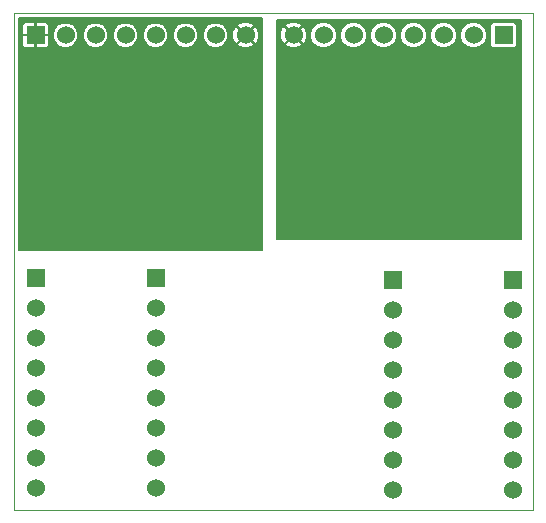
<source format=gbl>
G04 (created by PCBNEW (2013-mar-13)-testing) date Sun 09 Jun 2013 10:01:08 PM EDT*
%MOIN*%
G04 Gerber Fmt 3.4, Leading zero omitted, Abs format*
%FSLAX34Y34*%
G01*
G70*
G90*
G04 APERTURE LIST*
%ADD10C,0.005906*%
%ADD11C,0.003937*%
%ADD12R,0.060000X0.060000*%
%ADD13C,0.060000*%
%ADD14C,0.035000*%
%ADD15C,0.008000*%
G04 APERTURE END LIST*
G54D10*
G54D11*
X54566Y-55826D02*
X71870Y-55826D01*
X54566Y-39251D02*
X54566Y-55826D01*
X71870Y-39251D02*
X71870Y-55826D01*
X54566Y-39251D02*
X71870Y-39251D01*
G54D12*
X55300Y-40000D03*
G54D13*
X56300Y-40000D03*
X57300Y-40000D03*
X58300Y-40000D03*
X59300Y-40000D03*
X60300Y-40000D03*
X61300Y-40000D03*
X62300Y-40000D03*
G54D12*
X70898Y-40000D03*
G54D13*
X69898Y-40000D03*
X68898Y-40000D03*
X67898Y-40000D03*
X66898Y-40000D03*
X65898Y-40000D03*
X64898Y-40000D03*
X63898Y-40000D03*
G54D12*
X55300Y-48100D03*
G54D13*
X55300Y-49100D03*
X55300Y-50100D03*
X55300Y-51100D03*
X55300Y-52100D03*
X55300Y-53100D03*
X55300Y-54100D03*
X55300Y-55100D03*
G54D12*
X59300Y-48100D03*
G54D13*
X59300Y-49100D03*
X59300Y-50100D03*
X59300Y-51100D03*
X59300Y-52100D03*
X59300Y-53100D03*
X59300Y-54100D03*
X59300Y-55100D03*
G54D12*
X67196Y-48157D03*
G54D13*
X67196Y-49157D03*
X67196Y-50157D03*
X67196Y-51157D03*
X67196Y-52157D03*
X67196Y-53157D03*
X67196Y-54157D03*
X67196Y-55157D03*
G54D12*
X71196Y-48157D03*
G54D13*
X71196Y-49157D03*
X71196Y-50157D03*
X71196Y-51157D03*
X71196Y-52157D03*
X71196Y-53157D03*
X71196Y-54157D03*
X71196Y-55157D03*
G54D14*
X56988Y-43700D03*
X58661Y-42421D03*
X60826Y-43700D03*
X57677Y-42224D03*
X68996Y-44192D03*
X64960Y-43110D03*
G54D10*
G36*
X62860Y-47160D02*
X62741Y-47160D01*
X62741Y-39919D01*
X62677Y-39757D01*
X62668Y-39744D01*
X62599Y-39714D01*
X62585Y-39728D01*
X62585Y-39700D01*
X62555Y-39631D01*
X62394Y-39561D01*
X62219Y-39558D01*
X62057Y-39622D01*
X62044Y-39631D01*
X62014Y-39700D01*
X62300Y-39985D01*
X62585Y-39700D01*
X62585Y-39728D01*
X62314Y-40000D01*
X62599Y-40285D01*
X62668Y-40255D01*
X62738Y-40094D01*
X62741Y-39919D01*
X62741Y-47160D01*
X62585Y-47160D01*
X62585Y-40299D01*
X62300Y-40014D01*
X62285Y-40028D01*
X62285Y-40000D01*
X62000Y-39714D01*
X61931Y-39744D01*
X61861Y-39905D01*
X61858Y-40080D01*
X61922Y-40242D01*
X61931Y-40255D01*
X62000Y-40285D01*
X62285Y-40000D01*
X62285Y-40028D01*
X62014Y-40299D01*
X62044Y-40368D01*
X62205Y-40438D01*
X62380Y-40441D01*
X62542Y-40377D01*
X62555Y-40368D01*
X62585Y-40299D01*
X62585Y-47160D01*
X61720Y-47160D01*
X61720Y-39916D01*
X61656Y-39762D01*
X61538Y-39644D01*
X61383Y-39580D01*
X61216Y-39579D01*
X61062Y-39643D01*
X60944Y-39761D01*
X60880Y-39916D01*
X60879Y-40083D01*
X60943Y-40237D01*
X61061Y-40355D01*
X61216Y-40419D01*
X61383Y-40420D01*
X61537Y-40356D01*
X61655Y-40238D01*
X61719Y-40083D01*
X61720Y-39916D01*
X61720Y-47160D01*
X60720Y-47160D01*
X60720Y-39916D01*
X60656Y-39762D01*
X60538Y-39644D01*
X60383Y-39580D01*
X60216Y-39579D01*
X60062Y-39643D01*
X59944Y-39761D01*
X59880Y-39916D01*
X59879Y-40083D01*
X59943Y-40237D01*
X60061Y-40355D01*
X60216Y-40419D01*
X60383Y-40420D01*
X60537Y-40356D01*
X60655Y-40238D01*
X60719Y-40083D01*
X60720Y-39916D01*
X60720Y-47160D01*
X59720Y-47160D01*
X59720Y-39916D01*
X59656Y-39762D01*
X59538Y-39644D01*
X59383Y-39580D01*
X59216Y-39579D01*
X59062Y-39643D01*
X58944Y-39761D01*
X58880Y-39916D01*
X58879Y-40083D01*
X58943Y-40237D01*
X59061Y-40355D01*
X59216Y-40419D01*
X59383Y-40420D01*
X59537Y-40356D01*
X59655Y-40238D01*
X59719Y-40083D01*
X59720Y-39916D01*
X59720Y-47160D01*
X58720Y-47160D01*
X58720Y-39916D01*
X58656Y-39762D01*
X58538Y-39644D01*
X58383Y-39580D01*
X58216Y-39579D01*
X58062Y-39643D01*
X57944Y-39761D01*
X57880Y-39916D01*
X57879Y-40083D01*
X57943Y-40237D01*
X58061Y-40355D01*
X58216Y-40419D01*
X58383Y-40420D01*
X58537Y-40356D01*
X58655Y-40238D01*
X58719Y-40083D01*
X58720Y-39916D01*
X58720Y-47160D01*
X57720Y-47160D01*
X57720Y-39916D01*
X57656Y-39762D01*
X57538Y-39644D01*
X57383Y-39580D01*
X57216Y-39579D01*
X57062Y-39643D01*
X56944Y-39761D01*
X56880Y-39916D01*
X56879Y-40083D01*
X56943Y-40237D01*
X57061Y-40355D01*
X57216Y-40419D01*
X57383Y-40420D01*
X57537Y-40356D01*
X57655Y-40238D01*
X57719Y-40083D01*
X57720Y-39916D01*
X57720Y-47160D01*
X56720Y-47160D01*
X56720Y-39916D01*
X56656Y-39762D01*
X56538Y-39644D01*
X56383Y-39580D01*
X56216Y-39579D01*
X56062Y-39643D01*
X55944Y-39761D01*
X55880Y-39916D01*
X55879Y-40083D01*
X55943Y-40237D01*
X56061Y-40355D01*
X56216Y-40419D01*
X56383Y-40420D01*
X56537Y-40356D01*
X56655Y-40238D01*
X56719Y-40083D01*
X56720Y-39916D01*
X56720Y-47160D01*
X55740Y-47160D01*
X55740Y-40327D01*
X55740Y-40272D01*
X55740Y-40045D01*
X55740Y-39955D01*
X55740Y-39727D01*
X55740Y-39672D01*
X55718Y-39620D01*
X55679Y-39581D01*
X55627Y-39560D01*
X55345Y-39560D01*
X55310Y-39595D01*
X55310Y-39990D01*
X55705Y-39990D01*
X55740Y-39955D01*
X55740Y-40045D01*
X55705Y-40010D01*
X55310Y-40010D01*
X55310Y-40405D01*
X55345Y-40440D01*
X55627Y-40440D01*
X55679Y-40418D01*
X55718Y-40379D01*
X55740Y-40327D01*
X55740Y-47160D01*
X55290Y-47160D01*
X55290Y-40405D01*
X55290Y-40010D01*
X55290Y-39990D01*
X55290Y-39595D01*
X55255Y-39560D01*
X54972Y-39560D01*
X54920Y-39581D01*
X54881Y-39620D01*
X54860Y-39672D01*
X54860Y-39727D01*
X54860Y-39955D01*
X54895Y-39990D01*
X55290Y-39990D01*
X55290Y-40010D01*
X54895Y-40010D01*
X54860Y-40045D01*
X54860Y-40272D01*
X54860Y-40327D01*
X54881Y-40379D01*
X54920Y-40418D01*
X54972Y-40440D01*
X55255Y-40440D01*
X55290Y-40405D01*
X55290Y-47160D01*
X54740Y-47160D01*
X54740Y-39440D01*
X62860Y-39440D01*
X62860Y-47160D01*
X62860Y-47160D01*
G37*
G54D15*
X62860Y-47160D02*
X62741Y-47160D01*
X62741Y-39919D01*
X62677Y-39757D01*
X62668Y-39744D01*
X62599Y-39714D01*
X62585Y-39728D01*
X62585Y-39700D01*
X62555Y-39631D01*
X62394Y-39561D01*
X62219Y-39558D01*
X62057Y-39622D01*
X62044Y-39631D01*
X62014Y-39700D01*
X62300Y-39985D01*
X62585Y-39700D01*
X62585Y-39728D01*
X62314Y-40000D01*
X62599Y-40285D01*
X62668Y-40255D01*
X62738Y-40094D01*
X62741Y-39919D01*
X62741Y-47160D01*
X62585Y-47160D01*
X62585Y-40299D01*
X62300Y-40014D01*
X62285Y-40028D01*
X62285Y-40000D01*
X62000Y-39714D01*
X61931Y-39744D01*
X61861Y-39905D01*
X61858Y-40080D01*
X61922Y-40242D01*
X61931Y-40255D01*
X62000Y-40285D01*
X62285Y-40000D01*
X62285Y-40028D01*
X62014Y-40299D01*
X62044Y-40368D01*
X62205Y-40438D01*
X62380Y-40441D01*
X62542Y-40377D01*
X62555Y-40368D01*
X62585Y-40299D01*
X62585Y-47160D01*
X61720Y-47160D01*
X61720Y-39916D01*
X61656Y-39762D01*
X61538Y-39644D01*
X61383Y-39580D01*
X61216Y-39579D01*
X61062Y-39643D01*
X60944Y-39761D01*
X60880Y-39916D01*
X60879Y-40083D01*
X60943Y-40237D01*
X61061Y-40355D01*
X61216Y-40419D01*
X61383Y-40420D01*
X61537Y-40356D01*
X61655Y-40238D01*
X61719Y-40083D01*
X61720Y-39916D01*
X61720Y-47160D01*
X60720Y-47160D01*
X60720Y-39916D01*
X60656Y-39762D01*
X60538Y-39644D01*
X60383Y-39580D01*
X60216Y-39579D01*
X60062Y-39643D01*
X59944Y-39761D01*
X59880Y-39916D01*
X59879Y-40083D01*
X59943Y-40237D01*
X60061Y-40355D01*
X60216Y-40419D01*
X60383Y-40420D01*
X60537Y-40356D01*
X60655Y-40238D01*
X60719Y-40083D01*
X60720Y-39916D01*
X60720Y-47160D01*
X59720Y-47160D01*
X59720Y-39916D01*
X59656Y-39762D01*
X59538Y-39644D01*
X59383Y-39580D01*
X59216Y-39579D01*
X59062Y-39643D01*
X58944Y-39761D01*
X58880Y-39916D01*
X58879Y-40083D01*
X58943Y-40237D01*
X59061Y-40355D01*
X59216Y-40419D01*
X59383Y-40420D01*
X59537Y-40356D01*
X59655Y-40238D01*
X59719Y-40083D01*
X59720Y-39916D01*
X59720Y-47160D01*
X58720Y-47160D01*
X58720Y-39916D01*
X58656Y-39762D01*
X58538Y-39644D01*
X58383Y-39580D01*
X58216Y-39579D01*
X58062Y-39643D01*
X57944Y-39761D01*
X57880Y-39916D01*
X57879Y-40083D01*
X57943Y-40237D01*
X58061Y-40355D01*
X58216Y-40419D01*
X58383Y-40420D01*
X58537Y-40356D01*
X58655Y-40238D01*
X58719Y-40083D01*
X58720Y-39916D01*
X58720Y-47160D01*
X57720Y-47160D01*
X57720Y-39916D01*
X57656Y-39762D01*
X57538Y-39644D01*
X57383Y-39580D01*
X57216Y-39579D01*
X57062Y-39643D01*
X56944Y-39761D01*
X56880Y-39916D01*
X56879Y-40083D01*
X56943Y-40237D01*
X57061Y-40355D01*
X57216Y-40419D01*
X57383Y-40420D01*
X57537Y-40356D01*
X57655Y-40238D01*
X57719Y-40083D01*
X57720Y-39916D01*
X57720Y-47160D01*
X56720Y-47160D01*
X56720Y-39916D01*
X56656Y-39762D01*
X56538Y-39644D01*
X56383Y-39580D01*
X56216Y-39579D01*
X56062Y-39643D01*
X55944Y-39761D01*
X55880Y-39916D01*
X55879Y-40083D01*
X55943Y-40237D01*
X56061Y-40355D01*
X56216Y-40419D01*
X56383Y-40420D01*
X56537Y-40356D01*
X56655Y-40238D01*
X56719Y-40083D01*
X56720Y-39916D01*
X56720Y-47160D01*
X55740Y-47160D01*
X55740Y-40327D01*
X55740Y-40272D01*
X55740Y-40045D01*
X55740Y-39955D01*
X55740Y-39727D01*
X55740Y-39672D01*
X55718Y-39620D01*
X55679Y-39581D01*
X55627Y-39560D01*
X55345Y-39560D01*
X55310Y-39595D01*
X55310Y-39990D01*
X55705Y-39990D01*
X55740Y-39955D01*
X55740Y-40045D01*
X55705Y-40010D01*
X55310Y-40010D01*
X55310Y-40405D01*
X55345Y-40440D01*
X55627Y-40440D01*
X55679Y-40418D01*
X55718Y-40379D01*
X55740Y-40327D01*
X55740Y-47160D01*
X55290Y-47160D01*
X55290Y-40405D01*
X55290Y-40010D01*
X55290Y-39990D01*
X55290Y-39595D01*
X55255Y-39560D01*
X54972Y-39560D01*
X54920Y-39581D01*
X54881Y-39620D01*
X54860Y-39672D01*
X54860Y-39727D01*
X54860Y-39955D01*
X54895Y-39990D01*
X55290Y-39990D01*
X55290Y-40010D01*
X54895Y-40010D01*
X54860Y-40045D01*
X54860Y-40272D01*
X54860Y-40327D01*
X54881Y-40379D01*
X54920Y-40418D01*
X54972Y-40440D01*
X55255Y-40440D01*
X55290Y-40405D01*
X55290Y-47160D01*
X54740Y-47160D01*
X54740Y-39440D01*
X62860Y-39440D01*
X62860Y-47160D01*
G54D10*
G36*
X71467Y-46788D02*
X71338Y-46788D01*
X71338Y-40327D01*
X71338Y-40272D01*
X71338Y-39672D01*
X71317Y-39620D01*
X71277Y-39581D01*
X71226Y-39560D01*
X71170Y-39560D01*
X70570Y-39560D01*
X70519Y-39581D01*
X70479Y-39620D01*
X70458Y-39672D01*
X70458Y-39727D01*
X70458Y-40327D01*
X70479Y-40379D01*
X70519Y-40418D01*
X70570Y-40440D01*
X70626Y-40440D01*
X71226Y-40440D01*
X71277Y-40418D01*
X71317Y-40379D01*
X71338Y-40327D01*
X71338Y-46788D01*
X70338Y-46788D01*
X70338Y-39912D01*
X70271Y-39751D01*
X70147Y-39627D01*
X69986Y-39560D01*
X69811Y-39559D01*
X69649Y-39626D01*
X69525Y-39750D01*
X69458Y-39912D01*
X69458Y-40087D01*
X69525Y-40248D01*
X69648Y-40372D01*
X69810Y-40439D01*
X69985Y-40440D01*
X70147Y-40373D01*
X70271Y-40249D01*
X70338Y-40087D01*
X70338Y-39912D01*
X70338Y-46788D01*
X69338Y-46788D01*
X69338Y-39912D01*
X69271Y-39751D01*
X69147Y-39627D01*
X68986Y-39560D01*
X68811Y-39559D01*
X68649Y-39626D01*
X68525Y-39750D01*
X68458Y-39912D01*
X68458Y-40087D01*
X68525Y-40248D01*
X68648Y-40372D01*
X68810Y-40439D01*
X68985Y-40440D01*
X69147Y-40373D01*
X69271Y-40249D01*
X69338Y-40087D01*
X69338Y-39912D01*
X69338Y-46788D01*
X68338Y-46788D01*
X68338Y-39912D01*
X68271Y-39751D01*
X68147Y-39627D01*
X67986Y-39560D01*
X67811Y-39559D01*
X67649Y-39626D01*
X67525Y-39750D01*
X67458Y-39912D01*
X67458Y-40087D01*
X67525Y-40248D01*
X67648Y-40372D01*
X67810Y-40439D01*
X67985Y-40440D01*
X68147Y-40373D01*
X68271Y-40249D01*
X68338Y-40087D01*
X68338Y-39912D01*
X68338Y-46788D01*
X67338Y-46788D01*
X67338Y-39912D01*
X67271Y-39751D01*
X67147Y-39627D01*
X66986Y-39560D01*
X66811Y-39559D01*
X66649Y-39626D01*
X66525Y-39750D01*
X66458Y-39912D01*
X66458Y-40087D01*
X66525Y-40248D01*
X66648Y-40372D01*
X66810Y-40439D01*
X66985Y-40440D01*
X67147Y-40373D01*
X67271Y-40249D01*
X67338Y-40087D01*
X67338Y-39912D01*
X67338Y-46788D01*
X66338Y-46788D01*
X66338Y-39912D01*
X66271Y-39751D01*
X66147Y-39627D01*
X65986Y-39560D01*
X65811Y-39559D01*
X65649Y-39626D01*
X65525Y-39750D01*
X65458Y-39912D01*
X65458Y-40087D01*
X65525Y-40248D01*
X65648Y-40372D01*
X65810Y-40439D01*
X65985Y-40440D01*
X66147Y-40373D01*
X66271Y-40249D01*
X66338Y-40087D01*
X66338Y-39912D01*
X66338Y-46788D01*
X65338Y-46788D01*
X65338Y-39912D01*
X65271Y-39751D01*
X65147Y-39627D01*
X64986Y-39560D01*
X64811Y-39559D01*
X64649Y-39626D01*
X64525Y-39750D01*
X64458Y-39912D01*
X64458Y-40087D01*
X64525Y-40248D01*
X64648Y-40372D01*
X64810Y-40439D01*
X64985Y-40440D01*
X65147Y-40373D01*
X65271Y-40249D01*
X65338Y-40087D01*
X65338Y-39912D01*
X65338Y-46788D01*
X64339Y-46788D01*
X64339Y-39919D01*
X64275Y-39757D01*
X64267Y-39744D01*
X64197Y-39714D01*
X64183Y-39728D01*
X64183Y-39700D01*
X64153Y-39631D01*
X63993Y-39561D01*
X63818Y-39558D01*
X63655Y-39622D01*
X63642Y-39631D01*
X63613Y-39700D01*
X63898Y-39985D01*
X64183Y-39700D01*
X64183Y-39728D01*
X63912Y-40000D01*
X64197Y-40285D01*
X64267Y-40255D01*
X64336Y-40094D01*
X64339Y-39919D01*
X64339Y-46788D01*
X64183Y-46788D01*
X64183Y-40299D01*
X63898Y-40014D01*
X63884Y-40028D01*
X63884Y-40000D01*
X63598Y-39714D01*
X63529Y-39744D01*
X63459Y-39905D01*
X63457Y-40080D01*
X63521Y-40242D01*
X63529Y-40255D01*
X63598Y-40285D01*
X63884Y-40000D01*
X63884Y-40028D01*
X63613Y-40299D01*
X63642Y-40368D01*
X63803Y-40438D01*
X63978Y-40441D01*
X64141Y-40377D01*
X64153Y-40368D01*
X64183Y-40299D01*
X64183Y-46788D01*
X63347Y-46788D01*
X63347Y-39485D01*
X71467Y-39485D01*
X71467Y-46788D01*
X71467Y-46788D01*
G37*
G54D15*
X71467Y-46788D02*
X71338Y-46788D01*
X71338Y-40327D01*
X71338Y-40272D01*
X71338Y-39672D01*
X71317Y-39620D01*
X71277Y-39581D01*
X71226Y-39560D01*
X71170Y-39560D01*
X70570Y-39560D01*
X70519Y-39581D01*
X70479Y-39620D01*
X70458Y-39672D01*
X70458Y-39727D01*
X70458Y-40327D01*
X70479Y-40379D01*
X70519Y-40418D01*
X70570Y-40440D01*
X70626Y-40440D01*
X71226Y-40440D01*
X71277Y-40418D01*
X71317Y-40379D01*
X71338Y-40327D01*
X71338Y-46788D01*
X70338Y-46788D01*
X70338Y-39912D01*
X70271Y-39751D01*
X70147Y-39627D01*
X69986Y-39560D01*
X69811Y-39559D01*
X69649Y-39626D01*
X69525Y-39750D01*
X69458Y-39912D01*
X69458Y-40087D01*
X69525Y-40248D01*
X69648Y-40372D01*
X69810Y-40439D01*
X69985Y-40440D01*
X70147Y-40373D01*
X70271Y-40249D01*
X70338Y-40087D01*
X70338Y-39912D01*
X70338Y-46788D01*
X69338Y-46788D01*
X69338Y-39912D01*
X69271Y-39751D01*
X69147Y-39627D01*
X68986Y-39560D01*
X68811Y-39559D01*
X68649Y-39626D01*
X68525Y-39750D01*
X68458Y-39912D01*
X68458Y-40087D01*
X68525Y-40248D01*
X68648Y-40372D01*
X68810Y-40439D01*
X68985Y-40440D01*
X69147Y-40373D01*
X69271Y-40249D01*
X69338Y-40087D01*
X69338Y-39912D01*
X69338Y-46788D01*
X68338Y-46788D01*
X68338Y-39912D01*
X68271Y-39751D01*
X68147Y-39627D01*
X67986Y-39560D01*
X67811Y-39559D01*
X67649Y-39626D01*
X67525Y-39750D01*
X67458Y-39912D01*
X67458Y-40087D01*
X67525Y-40248D01*
X67648Y-40372D01*
X67810Y-40439D01*
X67985Y-40440D01*
X68147Y-40373D01*
X68271Y-40249D01*
X68338Y-40087D01*
X68338Y-39912D01*
X68338Y-46788D01*
X67338Y-46788D01*
X67338Y-39912D01*
X67271Y-39751D01*
X67147Y-39627D01*
X66986Y-39560D01*
X66811Y-39559D01*
X66649Y-39626D01*
X66525Y-39750D01*
X66458Y-39912D01*
X66458Y-40087D01*
X66525Y-40248D01*
X66648Y-40372D01*
X66810Y-40439D01*
X66985Y-40440D01*
X67147Y-40373D01*
X67271Y-40249D01*
X67338Y-40087D01*
X67338Y-39912D01*
X67338Y-46788D01*
X66338Y-46788D01*
X66338Y-39912D01*
X66271Y-39751D01*
X66147Y-39627D01*
X65986Y-39560D01*
X65811Y-39559D01*
X65649Y-39626D01*
X65525Y-39750D01*
X65458Y-39912D01*
X65458Y-40087D01*
X65525Y-40248D01*
X65648Y-40372D01*
X65810Y-40439D01*
X65985Y-40440D01*
X66147Y-40373D01*
X66271Y-40249D01*
X66338Y-40087D01*
X66338Y-39912D01*
X66338Y-46788D01*
X65338Y-46788D01*
X65338Y-39912D01*
X65271Y-39751D01*
X65147Y-39627D01*
X64986Y-39560D01*
X64811Y-39559D01*
X64649Y-39626D01*
X64525Y-39750D01*
X64458Y-39912D01*
X64458Y-40087D01*
X64525Y-40248D01*
X64648Y-40372D01*
X64810Y-40439D01*
X64985Y-40440D01*
X65147Y-40373D01*
X65271Y-40249D01*
X65338Y-40087D01*
X65338Y-39912D01*
X65338Y-46788D01*
X64339Y-46788D01*
X64339Y-39919D01*
X64275Y-39757D01*
X64267Y-39744D01*
X64197Y-39714D01*
X64183Y-39728D01*
X64183Y-39700D01*
X64153Y-39631D01*
X63993Y-39561D01*
X63818Y-39558D01*
X63655Y-39622D01*
X63642Y-39631D01*
X63613Y-39700D01*
X63898Y-39985D01*
X64183Y-39700D01*
X64183Y-39728D01*
X63912Y-40000D01*
X64197Y-40285D01*
X64267Y-40255D01*
X64336Y-40094D01*
X64339Y-39919D01*
X64339Y-46788D01*
X64183Y-46788D01*
X64183Y-40299D01*
X63898Y-40014D01*
X63884Y-40028D01*
X63884Y-40000D01*
X63598Y-39714D01*
X63529Y-39744D01*
X63459Y-39905D01*
X63457Y-40080D01*
X63521Y-40242D01*
X63529Y-40255D01*
X63598Y-40285D01*
X63884Y-40000D01*
X63884Y-40028D01*
X63613Y-40299D01*
X63642Y-40368D01*
X63803Y-40438D01*
X63978Y-40441D01*
X64141Y-40377D01*
X64153Y-40368D01*
X64183Y-40299D01*
X64183Y-46788D01*
X63347Y-46788D01*
X63347Y-39485D01*
X71467Y-39485D01*
X71467Y-46788D01*
M02*

</source>
